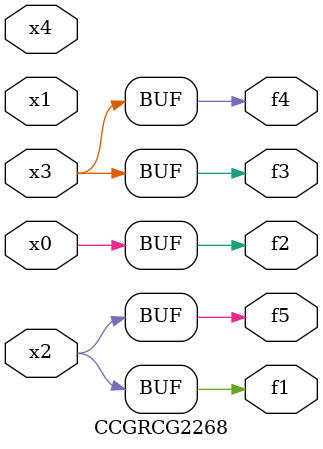
<source format=v>
module CCGRCG2268(
	input x0, x1, x2, x3, x4,
	output f1, f2, f3, f4, f5
);
	assign f1 = x2;
	assign f2 = x0;
	assign f3 = x3;
	assign f4 = x3;
	assign f5 = x2;
endmodule

</source>
